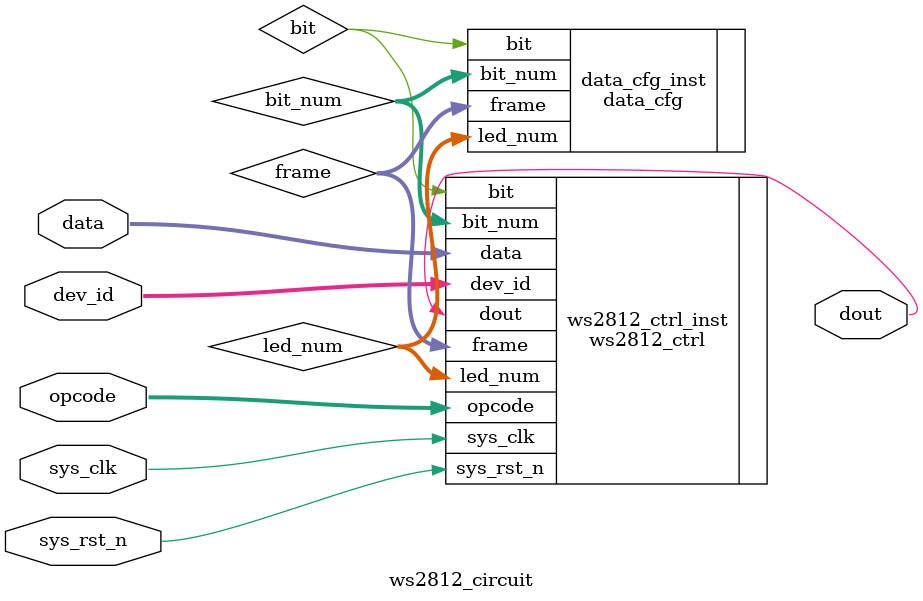
<source format=v>
module ws2812_circuit(
    input                   sys_clk     ,
    input                   sys_rst_n   ,
    input       [3: 0]      opcode      ,
    input       [3: 0]      data        ,
    input       [1: 0]      dev_id      ,//设备地址

    output                  dout
);

wire [4: 0] bit_num;
wire [6: 0] led_num;
wire [1: 0] frame  ;
wire        bit    ;
ws2812_ctrl    ws2812_ctrl_inst(
.sys_clk        (sys_clk)   ,//系统时钟，50MHz
.sys_rst_n      (sys_rst_n) ,//系统复位，下降沿有效
.bit            (bit)       ,//data_cfg给的bit
.opcode         (opcode)    ,
.data           (data)      ,
.dev_id         (dev_id)    ,//设备地址

.frame          (frame)     ,
.bit_num        (bit_num)   ,//bit计数寄存器
.led_num        (led_num)   ,//led计数寄存器
.dout           (dout)      //点阵输出
);
data_cfg    data_cfg_inst(
.bit_num        (bit_num),
.led_num        (led_num),
.frame          (frame)  , 

.bit            (bit) 
);
endmodule
</source>
